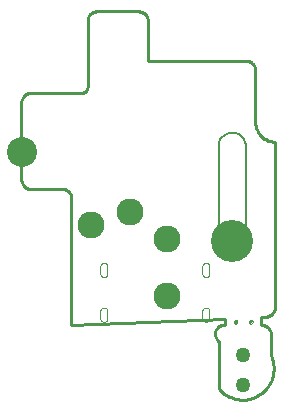
<source format=gbs>
G75*
G70*
%OFA0B0*%
%FSLAX24Y24*%
%IPPOS*%
%LPD*%
%AMOC8*
5,1,8,0,0,1.08239X$1,22.5*
%
%ADD10C,0.0050*%
%ADD11C,0.0100*%
%ADD12C,0.0000*%
%ADD13C,0.0120*%
%ADD14C,0.0004*%
%ADD15C,0.0900*%
%ADD16C,0.0500*%
%ADD17C,0.1000*%
%ADD18C,0.1400*%
D10*
X007158Y005436D02*
X007158Y008596D01*
X007160Y008637D01*
X007165Y008677D01*
X007174Y008717D01*
X007187Y008756D01*
X007203Y008793D01*
X007222Y008829D01*
X007245Y008863D01*
X007270Y008895D01*
X007299Y008925D01*
X007329Y008952D01*
X007362Y008976D01*
X007397Y008997D01*
X007434Y009014D01*
X007472Y009029D01*
X007512Y009040D01*
X007552Y009047D01*
X007593Y009051D01*
X007633Y009051D01*
X007674Y009047D01*
X007714Y009040D01*
X007754Y009029D01*
X007792Y009014D01*
X007829Y008997D01*
X007864Y008976D01*
X007897Y008952D01*
X007927Y008925D01*
X007956Y008895D01*
X007981Y008863D01*
X008004Y008829D01*
X008023Y008793D01*
X008039Y008756D01*
X008052Y008717D01*
X008061Y008677D01*
X008066Y008637D01*
X008068Y008596D01*
X008068Y005436D01*
X008066Y005395D01*
X008061Y005355D01*
X008052Y005315D01*
X008039Y005276D01*
X008023Y005239D01*
X008004Y005203D01*
X007981Y005169D01*
X007956Y005137D01*
X007927Y005107D01*
X007897Y005080D01*
X007864Y005056D01*
X007829Y005035D01*
X007792Y005018D01*
X007754Y005003D01*
X007714Y004992D01*
X007674Y004985D01*
X007633Y004981D01*
X007593Y004981D01*
X007552Y004985D01*
X007512Y004992D01*
X007472Y005003D01*
X007434Y005018D01*
X007397Y005035D01*
X007362Y005056D01*
X007329Y005080D01*
X007299Y005107D01*
X007270Y005137D01*
X007245Y005169D01*
X007222Y005203D01*
X007203Y005239D01*
X007187Y005276D01*
X007174Y005315D01*
X007165Y005355D01*
X007160Y005395D01*
X007158Y005436D01*
D11*
X007364Y002832D02*
X002254Y002646D01*
X002254Y006898D01*
X002248Y006931D01*
X002239Y006963D01*
X002226Y006994D01*
X002210Y007023D01*
X002192Y007050D01*
X002170Y007076D01*
X002146Y007099D01*
X002120Y007119D01*
X002092Y007137D01*
X002062Y007151D01*
X002031Y007162D01*
X001999Y007170D01*
X001966Y007175D01*
X001933Y007176D01*
X001900Y007174D01*
X001899Y007174D02*
X000904Y007174D01*
X000871Y007176D01*
X000839Y007181D01*
X000807Y007189D01*
X000776Y007201D01*
X000747Y007216D01*
X000719Y007234D01*
X000693Y007255D01*
X000670Y007278D01*
X000649Y007304D01*
X000631Y007331D01*
X000616Y007361D01*
X000604Y007392D01*
X000596Y007424D01*
X000591Y007456D01*
X000589Y007489D01*
X000589Y010062D01*
X000591Y010095D01*
X000596Y010127D01*
X000604Y010159D01*
X000616Y010190D01*
X000631Y010219D01*
X000649Y010247D01*
X000670Y010273D01*
X000693Y010296D01*
X000719Y010317D01*
X000747Y010335D01*
X000776Y010350D01*
X000807Y010362D01*
X000839Y010370D01*
X000871Y010375D01*
X000904Y010377D01*
X002595Y010377D01*
X002595Y010376D02*
X002621Y010378D01*
X002646Y010383D01*
X002670Y010391D01*
X002693Y010402D01*
X002715Y010417D01*
X002734Y010434D01*
X002751Y010453D01*
X002766Y010474D01*
X002777Y010498D01*
X002785Y010522D01*
X002790Y010547D01*
X002792Y010573D01*
X002792Y012782D01*
X002794Y012815D01*
X002799Y012847D01*
X002807Y012879D01*
X002819Y012910D01*
X002834Y012939D01*
X002852Y012967D01*
X002873Y012993D01*
X002896Y013016D01*
X002922Y013037D01*
X002950Y013055D01*
X002979Y013070D01*
X003010Y013082D01*
X003042Y013090D01*
X003074Y013095D01*
X003107Y013097D01*
X004489Y013097D01*
X004522Y013095D01*
X004554Y013090D01*
X004586Y013082D01*
X004617Y013070D01*
X004646Y013055D01*
X004674Y013037D01*
X004700Y013016D01*
X004723Y012993D01*
X004744Y012967D01*
X004762Y012939D01*
X004777Y012910D01*
X004789Y012879D01*
X004797Y012847D01*
X004802Y012815D01*
X004804Y012782D01*
X004804Y011456D01*
X008073Y011456D01*
X008073Y011455D02*
X008108Y011452D01*
X008142Y011444D01*
X008175Y011433D01*
X008207Y011419D01*
X008237Y011401D01*
X008265Y011380D01*
X008291Y011356D01*
X008315Y011330D01*
X008335Y011302D01*
X008352Y011271D01*
X008367Y011239D01*
X008377Y011206D01*
X008384Y011171D01*
X008388Y011136D01*
X008387Y011101D01*
X008388Y011101D02*
X008388Y009382D01*
X008387Y009381D02*
X008391Y009333D01*
X008397Y009285D01*
X008408Y009237D01*
X008422Y009191D01*
X008439Y009145D01*
X008460Y009101D01*
X008484Y009059D01*
X008511Y009019D01*
X008541Y008981D01*
X008574Y008945D01*
X008610Y008911D01*
X008647Y008881D01*
X008687Y008853D01*
X008729Y008828D01*
X008773Y008807D01*
X008818Y008789D01*
X008864Y008774D01*
X008912Y008763D01*
X008960Y008756D01*
X009008Y008752D01*
X009057Y008751D01*
X009057Y008752D02*
X009057Y003294D01*
X009055Y003255D01*
X009049Y003217D01*
X009040Y003180D01*
X009027Y003143D01*
X009010Y003108D01*
X008991Y003075D01*
X008968Y003044D01*
X008942Y003015D01*
X008913Y002989D01*
X008882Y002966D01*
X008849Y002947D01*
X008814Y002930D01*
X008777Y002917D01*
X008740Y002908D01*
X008702Y002902D01*
X008663Y002900D01*
X008663Y002901D02*
X008585Y002901D01*
X008585Y002646D01*
X008618Y002644D01*
X008650Y002639D01*
X008682Y002631D01*
X008713Y002619D01*
X008742Y002604D01*
X008770Y002586D01*
X008796Y002565D01*
X008819Y002542D01*
X008840Y002516D01*
X008858Y002488D01*
X008873Y002459D01*
X008885Y002428D01*
X008893Y002396D01*
X008898Y002364D01*
X008900Y002331D01*
X008900Y001623D01*
X008925Y001565D01*
X008947Y001505D01*
X008964Y001444D01*
X008978Y001382D01*
X008988Y001320D01*
X008995Y001257D01*
X008997Y001193D01*
X008995Y001130D01*
X008990Y001066D01*
X008981Y001004D01*
X008968Y000942D01*
X008951Y000880D01*
X008930Y000820D01*
X008906Y000762D01*
X008878Y000705D01*
X008847Y000649D01*
X008813Y000596D01*
X008775Y000545D01*
X008734Y000496D01*
X008690Y000450D01*
X008644Y000407D01*
X008595Y000367D01*
X008544Y000329D01*
X008490Y000295D01*
X008435Y000265D01*
X008377Y000237D01*
X008318Y000214D01*
X008258Y000194D01*
X008197Y000177D01*
X008135Y000165D01*
X008072Y000156D01*
X008009Y000151D01*
X007945Y000150D01*
X007882Y000153D01*
X007819Y000160D01*
X007756Y000170D01*
X007694Y000185D01*
X007633Y000203D01*
X007574Y000225D01*
X007516Y000251D01*
X007459Y000280D01*
X007405Y000312D01*
X007352Y000348D01*
X007302Y000387D01*
X007254Y000428D01*
X007209Y000473D01*
X007167Y000520D01*
X007167Y002095D01*
X007168Y002096D02*
X007141Y002117D01*
X007116Y002141D01*
X007095Y002168D01*
X007076Y002197D01*
X007061Y002228D01*
X007050Y002260D01*
X007042Y002293D01*
X007038Y002328D01*
X007039Y002362D01*
X007043Y002396D01*
X007050Y002430D01*
X007062Y002462D01*
X007077Y002493D01*
X007096Y002522D01*
X007117Y002548D01*
X007142Y002572D01*
X007169Y002593D01*
X007198Y002611D01*
X007229Y002626D01*
X007262Y002637D01*
X007296Y002644D01*
X007330Y002647D01*
X007364Y002646D01*
X007364Y002832D01*
D12*
X007670Y002746D02*
X007672Y002761D01*
X007677Y002775D01*
X007686Y002787D01*
X007698Y002797D01*
X007711Y002803D01*
X007726Y002806D01*
X007741Y002805D01*
X007756Y002800D01*
X007768Y002792D01*
X007779Y002781D01*
X007786Y002768D01*
X007790Y002754D01*
X007790Y002738D01*
X007786Y002724D01*
X007779Y002711D01*
X007768Y002700D01*
X007756Y002692D01*
X007741Y002687D01*
X007726Y002686D01*
X007711Y002689D01*
X007698Y002695D01*
X007686Y002705D01*
X007677Y002717D01*
X007672Y002731D01*
X007670Y002746D01*
X008180Y002746D02*
X008182Y002761D01*
X008187Y002775D01*
X008196Y002787D01*
X008208Y002797D01*
X008221Y002803D01*
X008236Y002806D01*
X008251Y002805D01*
X008266Y002800D01*
X008278Y002792D01*
X008289Y002781D01*
X008296Y002768D01*
X008300Y002754D01*
X008300Y002738D01*
X008296Y002724D01*
X008289Y002711D01*
X008278Y002700D01*
X008266Y002692D01*
X008251Y002687D01*
X008236Y002686D01*
X008221Y002689D01*
X008208Y002695D01*
X008196Y002705D01*
X008187Y002717D01*
X008182Y002731D01*
X008180Y002746D01*
D13*
X008240Y002746D03*
X007730Y002746D03*
D14*
X006855Y002860D02*
X006855Y003104D01*
X006853Y003124D01*
X006848Y003144D01*
X006839Y003163D01*
X006827Y003180D01*
X006813Y003194D01*
X006796Y003206D01*
X006777Y003215D01*
X006757Y003220D01*
X006737Y003222D01*
X006717Y003220D01*
X006697Y003215D01*
X006678Y003206D01*
X006661Y003194D01*
X006647Y003180D01*
X006635Y003163D01*
X006626Y003144D01*
X006621Y003124D01*
X006619Y003104D01*
X006619Y002860D01*
X006621Y002840D01*
X006626Y002820D01*
X006635Y002801D01*
X006647Y002784D01*
X006661Y002770D01*
X006678Y002758D01*
X006697Y002749D01*
X006717Y002744D01*
X006737Y002742D01*
X006757Y002744D01*
X006777Y002749D01*
X006796Y002758D01*
X006813Y002770D01*
X006827Y002784D01*
X006839Y002801D01*
X006848Y002820D01*
X006853Y002840D01*
X006855Y002860D01*
X006855Y004356D02*
X006855Y004600D01*
X006853Y004620D01*
X006848Y004640D01*
X006839Y004659D01*
X006827Y004676D01*
X006813Y004690D01*
X006796Y004702D01*
X006777Y004711D01*
X006757Y004716D01*
X006737Y004718D01*
X006717Y004716D01*
X006697Y004711D01*
X006678Y004702D01*
X006661Y004690D01*
X006647Y004676D01*
X006635Y004659D01*
X006626Y004640D01*
X006621Y004620D01*
X006619Y004600D01*
X006619Y004356D01*
X006621Y004336D01*
X006626Y004316D01*
X006635Y004297D01*
X006647Y004280D01*
X006661Y004266D01*
X006678Y004254D01*
X006697Y004245D01*
X006717Y004240D01*
X006737Y004238D01*
X006757Y004240D01*
X006777Y004245D01*
X006796Y004254D01*
X006813Y004266D01*
X006827Y004280D01*
X006839Y004297D01*
X006848Y004316D01*
X006853Y004336D01*
X006855Y004356D01*
X003454Y004356D02*
X003454Y004600D01*
X003452Y004620D01*
X003447Y004640D01*
X003438Y004659D01*
X003426Y004676D01*
X003412Y004690D01*
X003395Y004702D01*
X003376Y004711D01*
X003356Y004716D01*
X003336Y004718D01*
X003316Y004716D01*
X003296Y004711D01*
X003277Y004702D01*
X003260Y004690D01*
X003246Y004676D01*
X003234Y004659D01*
X003225Y004640D01*
X003220Y004620D01*
X003218Y004600D01*
X003218Y004356D01*
X003220Y004336D01*
X003225Y004316D01*
X003234Y004297D01*
X003246Y004280D01*
X003260Y004266D01*
X003277Y004254D01*
X003296Y004245D01*
X003316Y004240D01*
X003336Y004238D01*
X003356Y004240D01*
X003376Y004245D01*
X003395Y004254D01*
X003412Y004266D01*
X003426Y004280D01*
X003438Y004297D01*
X003447Y004316D01*
X003452Y004336D01*
X003454Y004356D01*
X003454Y003104D02*
X003454Y002860D01*
X003452Y002840D01*
X003447Y002820D01*
X003438Y002801D01*
X003426Y002784D01*
X003412Y002770D01*
X003395Y002758D01*
X003376Y002749D01*
X003356Y002744D01*
X003336Y002742D01*
X003316Y002744D01*
X003296Y002749D01*
X003277Y002758D01*
X003260Y002770D01*
X003246Y002784D01*
X003234Y002801D01*
X003225Y002820D01*
X003220Y002840D01*
X003218Y002860D01*
X003218Y003104D01*
X003220Y003124D01*
X003225Y003144D01*
X003234Y003163D01*
X003246Y003180D01*
X003260Y003194D01*
X003277Y003206D01*
X003296Y003215D01*
X003316Y003220D01*
X003336Y003222D01*
X003356Y003220D01*
X003376Y003215D01*
X003395Y003206D01*
X003412Y003194D01*
X003426Y003180D01*
X003438Y003163D01*
X003447Y003144D01*
X003452Y003124D01*
X003454Y003104D01*
D15*
X005427Y003616D03*
X005427Y005516D03*
X004197Y006396D03*
X002897Y005976D03*
D16*
X007987Y001646D03*
X007987Y000646D03*
D17*
X000600Y008396D03*
D18*
X007615Y005436D03*
M02*

</source>
